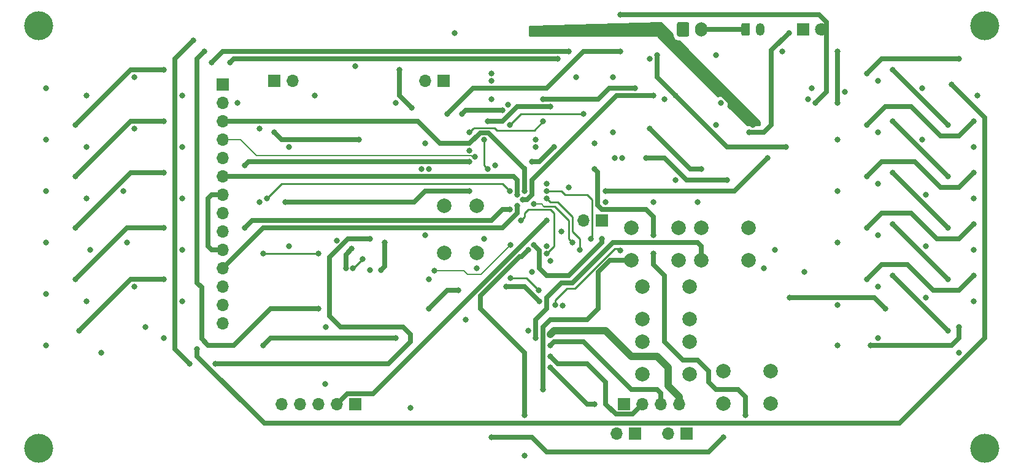
<source format=gbr>
%TF.GenerationSoftware,KiCad,Pcbnew,(5.1.8)-1*%
%TF.CreationDate,2021-03-23T10:09:45+01:00*%
%TF.ProjectId,schema_v1,73636865-6d61-45f7-9631-2e6b69636164,rev?*%
%TF.SameCoordinates,Original*%
%TF.FileFunction,Copper,L4,Bot*%
%TF.FilePolarity,Positive*%
%FSLAX46Y46*%
G04 Gerber Fmt 4.6, Leading zero omitted, Abs format (unit mm)*
G04 Created by KiCad (PCBNEW (5.1.8)-1) date 2021-03-23 10:09:45*
%MOMM*%
%LPD*%
G01*
G04 APERTURE LIST*
%TA.AperFunction,ComponentPad*%
%ADD10C,1.800000*%
%TD*%
%TA.AperFunction,ComponentPad*%
%ADD11R,1.800000X1.800000*%
%TD*%
%TA.AperFunction,ComponentPad*%
%ADD12C,4.000000*%
%TD*%
%TA.AperFunction,ComponentPad*%
%ADD13O,1.700000X1.700000*%
%TD*%
%TA.AperFunction,ComponentPad*%
%ADD14R,1.700000X1.700000*%
%TD*%
%TA.AperFunction,ComponentPad*%
%ADD15O,1.700000X2.000000*%
%TD*%
%TA.AperFunction,ComponentPad*%
%ADD16C,2.000000*%
%TD*%
%TA.AperFunction,ComponentPad*%
%ADD17O,1.200000X1.750000*%
%TD*%
%TA.AperFunction,ViaPad*%
%ADD18C,0.800000*%
%TD*%
%TA.AperFunction,Conductor*%
%ADD19C,0.700000*%
%TD*%
%TA.AperFunction,Conductor*%
%ADD20C,1.000000*%
%TD*%
%TA.AperFunction,Conductor*%
%ADD21C,0.250000*%
%TD*%
%TA.AperFunction,Conductor*%
%ADD22C,0.200000*%
%TD*%
%TA.AperFunction,Conductor*%
%ADD23C,0.254000*%
%TD*%
%TA.AperFunction,Conductor*%
%ADD24C,0.100000*%
%TD*%
G04 APERTURE END LIST*
D10*
%TO.P,D1,2*%
%TO.N,Net-(D1-Pad2)*%
X190768000Y-56896000D03*
D11*
%TO.P,D1,1*%
%TO.N,Net-(D1-Pad1)*%
X188228000Y-56896000D03*
%TD*%
D12*
%TO.P,.,1*%
%TO.N,N/C*%
X213360000Y-114808000D03*
%TD*%
%TO.P,.,1*%
%TO.N,N/C*%
X213360000Y-56388000D03*
%TD*%
%TO.P,.,1*%
%TO.N,N/C*%
X82804000Y-56388000D03*
%TD*%
%TO.P,.,1*%
%TO.N,N/C*%
X82804000Y-114808000D03*
%TD*%
D13*
%TO.P,U9,14*%
%TO.N,LCD_T_Irq*%
X108204000Y-97536000D03*
%TO.P,U9,13*%
%TO.N,LCD_SDO*%
X108204000Y-94996000D03*
%TO.P,U9,12*%
%TO.N,LCD_SDI*%
X108204000Y-92456000D03*
%TO.P,U9,11*%
%TO.N,LCD_T_CS*%
X108204000Y-89916000D03*
%TO.P,U9,10*%
%TO.N,LCD_SCK*%
X108204000Y-87376000D03*
%TO.P,U9,9*%
%TO.N,LCD_SDO*%
X108204000Y-84836000D03*
%TO.P,U9,8*%
%TO.N,LCD_LED*%
X108204000Y-82296000D03*
%TO.P,U9,7*%
%TO.N,LCD_SCK*%
X108204000Y-79756000D03*
%TO.P,U9,6*%
%TO.N,LCD_SDI*%
X108204000Y-77216000D03*
%TO.P,U9,5*%
%TO.N,LCD_DC*%
X108204000Y-74676000D03*
%TO.P,U9,4*%
%TO.N,LCD_rst*%
X108204000Y-72136000D03*
%TO.P,U9,3*%
%TO.N,LCD_CS*%
X108204000Y-69596000D03*
%TO.P,U9,2*%
%TO.N,GND*%
X108204000Y-67056000D03*
D14*
%TO.P,U9,1*%
%TO.N,+3V3*%
X108204000Y-64516000D03*
%TD*%
D15*
%TO.P,SW9,2*%
%TO.N,Net-(BT3-Pad1)*%
X174204000Y-56896000D03*
%TO.P,SW9,1*%
%TO.N,Vbat*%
%TA.AperFunction,ComponentPad*%
G36*
G01*
X170854000Y-57646000D02*
X170854000Y-56146000D01*
G75*
G02*
X171104000Y-55896000I250000J0D01*
G01*
X172304000Y-55896000D01*
G75*
G02*
X172554000Y-56146000I0J-250000D01*
G01*
X172554000Y-57646000D01*
G75*
G02*
X172304000Y-57896000I-250000J0D01*
G01*
X171104000Y-57896000D01*
G75*
G02*
X170854000Y-57646000I0J250000D01*
G01*
G37*
%TD.AperFunction*%
%TD*%
D16*
%TO.P,SW6,1*%
%TO.N,GND*%
X180744000Y-84328000D03*
%TO.P,SW6,2*%
%TO.N,pp*%
X180744000Y-88828000D03*
%TO.P,SW6,1*%
%TO.N,GND*%
X174244000Y-84328000D03*
%TO.P,SW6,2*%
%TO.N,pp*%
X174244000Y-88828000D03*
%TD*%
%TO.P,SW5,1*%
%TO.N,GND*%
X172616000Y-92456000D03*
%TO.P,SW5,2*%
%TO.N,prev*%
X172616000Y-96956000D03*
%TO.P,SW5,1*%
%TO.N,GND*%
X166116000Y-92456000D03*
%TO.P,SW5,2*%
%TO.N,prev*%
X166116000Y-96956000D03*
%TD*%
%TO.P,SW4,1*%
%TO.N,GND*%
X172616000Y-100076000D03*
%TO.P,SW4,2*%
%TO.N,next*%
X172616000Y-104576000D03*
%TO.P,SW4,1*%
%TO.N,GND*%
X166116000Y-100076000D03*
%TO.P,SW4,2*%
%TO.N,next*%
X166116000Y-104576000D03*
%TD*%
%TO.P,SW3,1*%
%TO.N,GND*%
X171092000Y-84328000D03*
%TO.P,SW3,2*%
%TO.N,vol-*%
X171092000Y-88828000D03*
%TO.P,SW3,1*%
%TO.N,GND*%
X164592000Y-84328000D03*
%TO.P,SW3,2*%
%TO.N,vol-*%
X164592000Y-88828000D03*
%TD*%
%TO.P,SW2,1*%
%TO.N,GND*%
X183792000Y-104140000D03*
%TO.P,SW2,2*%
%TO.N,vol+*%
X183792000Y-108640000D03*
%TO.P,SW2,1*%
%TO.N,GND*%
X177292000Y-104140000D03*
%TO.P,SW2,2*%
%TO.N,vol+*%
X177292000Y-108640000D03*
%TD*%
%TO.P,SW1,1*%
%TO.N,GND*%
X143256000Y-87780000D03*
%TO.P,SW1,2*%
%TO.N,Reset*%
X138756000Y-87780000D03*
%TO.P,SW1,1*%
%TO.N,GND*%
X143256000Y-81280000D03*
%TO.P,SW1,2*%
%TO.N,Reset*%
X138756000Y-81280000D03*
%TD*%
D13*
%TO.P,LS2,2*%
%TO.N,Net-(C47-Pad1)*%
X136144000Y-64008000D03*
D14*
%TO.P,LS2,1*%
%TO.N,Net-(C46-Pad2)*%
X138684000Y-64008000D03*
%TD*%
D13*
%TO.P,LS1,2*%
%TO.N,Net-(C45-Pad1)*%
X117856000Y-64008000D03*
D14*
%TO.P,LS1,1*%
%TO.N,Net-(C44-Pad2)*%
X115316000Y-64008000D03*
%TD*%
D13*
%TO.P,JP8,2*%
%TO.N,Net-(JP8-Pad2)*%
X157988000Y-83312000D03*
D14*
%TO.P,JP8,1*%
%TO.N,+3V3*%
X160528000Y-83312000D03*
%TD*%
D13*
%TO.P,JP6,2*%
%TO.N,/BT_Audio/FACT_RESET*%
X162560000Y-112776000D03*
D14*
%TO.P,JP6,1*%
%TO.N,+3V3*%
X165100000Y-112776000D03*
%TD*%
D13*
%TO.P,JP5,2*%
%TO.N,EVENT*%
X169672000Y-112776000D03*
D14*
%TO.P,JP5,1*%
%TO.N,+3V3*%
X172212000Y-112776000D03*
%TD*%
D13*
%TO.P,J3,5*%
%TO.N,Reset*%
X116332000Y-108712000D03*
%TO.P,J3,4*%
%TO.N,/STM32G0/SWDIO*%
X118872000Y-108712000D03*
%TO.P,J3,3*%
%TO.N,GND*%
X121412000Y-108712000D03*
%TO.P,J3,2*%
%TO.N,/STM32G0/SWDCLK*%
X123952000Y-108712000D03*
D14*
%TO.P,J3,1*%
%TO.N,+3V3*%
X126492000Y-108712000D03*
%TD*%
D13*
%TO.P,J1,4*%
%TO.N,Net-(J1-Pad4)*%
X171196000Y-108712000D03*
%TO.P,J1,3*%
%TO.N,Net-(J1-Pad3)*%
X168656000Y-108712000D03*
%TO.P,J1,2*%
%TO.N,Net-(J1-Pad2)*%
X166116000Y-108712000D03*
D14*
%TO.P,J1,1*%
%TO.N,Net-(J1-Pad1)*%
X163576000Y-108712000D03*
%TD*%
D17*
%TO.P,BT3,2*%
%TO.N,GND*%
X182340000Y-56896000D03*
%TO.P,BT3,1*%
%TO.N,Net-(BT3-Pad1)*%
%TA.AperFunction,ComponentPad*%
G36*
G01*
X179740000Y-57521001D02*
X179740000Y-56270999D01*
G75*
G02*
X179989999Y-56021000I249999J0D01*
G01*
X180690001Y-56021000D01*
G75*
G02*
X180940000Y-56270999I0J-249999D01*
G01*
X180940000Y-57521001D01*
G75*
G02*
X180690001Y-57771000I-249999J0D01*
G01*
X179989999Y-57771000D01*
G75*
G02*
X179740000Y-57521001I0J249999D01*
G01*
G37*
%TD.AperFunction*%
%TD*%
D18*
%TO.N,GND*%
X194056000Y-65532000D03*
X193040000Y-72136000D03*
X193040000Y-79248000D03*
X193040000Y-86360000D03*
X193040000Y-94996000D03*
X193040000Y-100584000D03*
X198628000Y-99568000D03*
X198628000Y-92456000D03*
X198628000Y-85344000D03*
X198628000Y-78232000D03*
X198628000Y-71120000D03*
X198628000Y-64008000D03*
X204724000Y-65024000D03*
X204724000Y-72136000D03*
X205232000Y-79756000D03*
X205232000Y-86868000D03*
X205232000Y-93980000D03*
X209804000Y-101600000D03*
X211836000Y-94488000D03*
X211836000Y-87376000D03*
X211836000Y-80264000D03*
X211836000Y-73152000D03*
X212344000Y-66040000D03*
X151384000Y-72136000D03*
X145796000Y-75692000D03*
X140208000Y-57404000D03*
X122428000Y-98044000D03*
X102616000Y-73152000D03*
X102616000Y-80264000D03*
X102616000Y-87376000D03*
X102616000Y-94488000D03*
X100076000Y-99568000D03*
X91440000Y-101600000D03*
X89408000Y-94488000D03*
X89916000Y-87376000D03*
X89408000Y-80264000D03*
X89408000Y-73152000D03*
X89408000Y-66040000D03*
X83820000Y-65024000D03*
X83820000Y-72136000D03*
X83820000Y-79248000D03*
X83820000Y-86360000D03*
X83820000Y-93472000D03*
X83820000Y-100584000D03*
X97536000Y-98044000D03*
X96012000Y-92456000D03*
X94996000Y-86360000D03*
X94488000Y-79248000D03*
X96012000Y-70612000D03*
X96012000Y-63500000D03*
X102616000Y-66040000D03*
X110236000Y-67056000D03*
X120904000Y-66040000D03*
X117348000Y-73152000D03*
X136652000Y-91440000D03*
X136144000Y-85344000D03*
X143256000Y-89916000D03*
X149860000Y-115824000D03*
X141732000Y-97028000D03*
X155067000Y-95123000D03*
X150876000Y-90424000D03*
X153416000Y-88900000D03*
X152903347Y-86863347D03*
X128528653Y-90133000D03*
X123896748Y-86087748D03*
X117348000Y-86868000D03*
X132080000Y-67056000D03*
X126492000Y-61976000D03*
X136144000Y-72644000D03*
X145288000Y-66548000D03*
X145288000Y-62992000D03*
X161036000Y-80772000D03*
X170688000Y-77724000D03*
X173736000Y-80772000D03*
X159512000Y-72644000D03*
X182880000Y-89916000D03*
X185420000Y-59944000D03*
X188976000Y-66548000D03*
X176276000Y-60452000D03*
X167132000Y-60960000D03*
X162052000Y-63500000D03*
X156972000Y-63500000D03*
X176276000Y-70104000D03*
X169164000Y-66548000D03*
X152908000Y-78232000D03*
X176911000Y-67056000D03*
X122301000Y-105918000D03*
%TO.N,Vbat*%
X168148000Y-60452000D03*
X170688000Y-66040000D03*
X185928000Y-73152000D03*
%TO.N,Reset*%
X139192000Y-68580000D03*
X161036000Y-79248000D03*
X183388000Y-74676000D03*
X189992000Y-67056000D03*
X163068000Y-54864000D03*
X163068000Y-59944000D03*
X150876000Y-75184000D03*
X153924000Y-73152000D03*
%TO.N,+5V*%
X193040000Y-59944000D03*
X193040000Y-67056000D03*
X132588000Y-62484000D03*
X134275752Y-67727752D03*
X177800000Y-77724000D03*
X166624000Y-74676000D03*
X135636000Y-76244000D03*
X136652000Y-76244000D03*
X162284500Y-74697500D03*
X163300500Y-74697500D03*
%TO.N,Vusb*%
X153416000Y-56896000D03*
X181356000Y-70104000D03*
X152166000Y-57130000D03*
X151150000Y-57130000D03*
%TO.N,/L-*%
X121412000Y-95504000D03*
X105664000Y-59944000D03*
X109220000Y-61468000D03*
X154432000Y-60960000D03*
%TO.N,/R-*%
X159512000Y-76200000D03*
X167640000Y-85344000D03*
X167640000Y-87878000D03*
X180340000Y-110236000D03*
X177292000Y-113284000D03*
X145288000Y-113284000D03*
%TO.N,/L+*%
X106680000Y-61468000D03*
X155956000Y-59944000D03*
%TO.N,/R+*%
X113792000Y-100584000D03*
X132080000Y-99568000D03*
X146812000Y-68072000D03*
X141224000Y-68580000D03*
X140716000Y-92964000D03*
X136652000Y-95504000D03*
%TO.N,Net-(C33-Pad1)*%
X130048000Y-90133000D03*
X130556000Y-86360000D03*
%TO.N,Net-(C37-Pad2)*%
X128524000Y-85852000D03*
X107188000Y-103124000D03*
X103632000Y-103124000D03*
X104140000Y-58420000D03*
X115316000Y-71120000D03*
X127000000Y-72136000D03*
%TO.N,+3V3*%
X167640000Y-80772000D03*
X113284000Y-80772000D03*
X113284000Y-70612000D03*
X144272000Y-85852000D03*
X154940000Y-84836000D03*
X150368000Y-98552000D03*
X134112000Y-109220000D03*
X145288000Y-64008000D03*
X151384000Y-73152000D03*
X155956000Y-78740000D03*
X162052000Y-71120000D03*
X188468000Y-90424000D03*
X184404000Y-87376000D03*
X189484000Y-65024000D03*
X147519108Y-67347000D03*
%TO.N,BAT_ADC*%
X149551108Y-80463108D03*
X167640000Y-66040000D03*
%TO.N,Net-(D1-Pad1)*%
X180848000Y-71120000D03*
X186309000Y-57404000D03*
%TO.N,Net-(D2-Pad2)*%
X209804000Y-98044000D03*
X197612000Y-100584000D03*
%TO.N,/LEDS/FirstLED*%
X199644000Y-95504000D03*
X186436000Y-93980000D03*
%TO.N,Net-(D3-Pad2)*%
X197104000Y-77216000D03*
X211836000Y-76708000D03*
%TO.N,Net-(D22-Pad2)*%
X208280000Y-84328000D03*
X200660000Y-76708000D03*
%TO.N,Net-(D23-Pad2)*%
X208788000Y-64516000D03*
X104648000Y-101092000D03*
%TO.N,Net-(D24-Pad2)*%
X87884000Y-84328000D03*
X100076000Y-76708000D03*
%TO.N,Net-(D10-Pad4)*%
X208280000Y-98552000D03*
X200660000Y-90932000D03*
%TO.N,Net-(D11-Pad4)*%
X208280000Y-77216000D03*
X200660000Y-69596000D03*
%TO.N,Net-(D12-Pad4)*%
X88392000Y-98552000D03*
X100076000Y-91440000D03*
%TO.N,Net-(D13-Pad4)*%
X87884000Y-77216000D03*
X100076000Y-69596000D03*
%TO.N,Net-(D10-Pad2)*%
X197104000Y-91440000D03*
X211836000Y-90932000D03*
%TO.N,Net-(D11-Pad2)*%
X197104000Y-70104000D03*
X211836000Y-69596000D03*
%TO.N,Net-(D14-Pad2)*%
X208280000Y-91440000D03*
X200660000Y-83820000D03*
%TO.N,Net-(D15-Pad2)*%
X208280000Y-70104000D03*
X200660000Y-62484000D03*
%TO.N,Net-(D16-Pad2)*%
X87884000Y-91440000D03*
X100076000Y-84328000D03*
%TO.N,Net-(D17-Pad2)*%
X87884000Y-70104000D03*
X100076000Y-62484000D03*
%TO.N,Net-(D18-Pad2)*%
X197104000Y-84328000D03*
X211836000Y-83820000D03*
%TO.N,Net-(D19-Pad2)*%
X197104000Y-62992000D03*
X209804000Y-60960000D03*
%TO.N,Net-(D28-Pad2)*%
X174244000Y-76200000D03*
X167132000Y-70612000D03*
%TO.N,Net-(J1-Pad4)*%
X153416000Y-99060000D03*
%TO.N,Net-(J1-Pad3)*%
X153416000Y-100584000D03*
%TO.N,Net-(J1-Pad2)*%
X153416000Y-102108000D03*
%TO.N,Net-(J1-Pad1)*%
X159512000Y-108712000D03*
X153416000Y-103632000D03*
%TO.N,/STM32G0/SWDCLK*%
X152908000Y-83312000D03*
%TO.N,RTS_BT*%
X159004000Y-85852000D03*
X152908000Y-79248000D03*
%TO.N,CTS_BT*%
X152908000Y-80264000D03*
X157480000Y-87376000D03*
%TO.N,TX_BT*%
X156464000Y-86360000D03*
X151086756Y-81059939D03*
%TO.N,RX_BT*%
X152908000Y-87884000D03*
X149352000Y-83312000D03*
%TO.N,EVENT*%
X150368000Y-87376000D03*
X149860000Y-110236000D03*
%TO.N,/L_SE*%
X153416000Y-67564000D03*
X144780000Y-69596000D03*
%TO.N,LCD_rst*%
X142947108Y-74476892D03*
%TO.N,LCD_LED*%
X147828000Y-81788000D03*
X111252000Y-84328000D03*
%TO.N,Net-(R11-Pad2)*%
X152400000Y-66548000D03*
X165100000Y-65024000D03*
%TO.N,/R_SE*%
X157988000Y-68580000D03*
X147828000Y-70104000D03*
%TO.N,Net-(R24-Pad1)*%
X125165000Y-89916000D03*
X125984000Y-87249000D03*
%TO.N,Net-(R25-Pad1)*%
X126165003Y-89916000D03*
X127508000Y-88646000D03*
%TO.N,vol-*%
X152400000Y-106680000D03*
%TO.N,pp*%
X151384000Y-99568000D03*
%TO.N,MODE*%
X151075108Y-86668892D03*
X160528000Y-85852000D03*
%TO.N,WAKE*%
X147320000Y-92456000D03*
X151892000Y-94488000D03*
%TO.N,LCD_DC*%
X113792000Y-87884000D03*
X121412000Y-87884000D03*
X137414000Y-90297000D03*
X147867990Y-86741000D03*
%TO.N,LCD_CS*%
X149860000Y-79248000D03*
%TO.N,LCD_T_Irq*%
X142240000Y-79248000D03*
X116840000Y-80772000D03*
%TO.N,LCD_T_CS*%
X148844000Y-81280000D03*
%TO.N,LCD_SDI*%
X148844000Y-79756000D03*
%TO.N,LCD_SDO*%
X147828000Y-79248000D03*
X114300000Y-80264000D03*
%TO.N,LCD_SCK*%
X111252000Y-75692000D03*
X142240000Y-75184000D03*
%TO.N,RX*%
X142240000Y-73660000D03*
X142240000Y-71120000D03*
X152400000Y-69596000D03*
%TO.N,TX*%
X144784653Y-76195347D03*
X144272000Y-72136000D03*
%TO.N,/WS2812*%
X147867990Y-91315779D03*
X151765000Y-92964000D03*
X154051000Y-94996000D03*
X163068000Y-87503000D03*
%TD*%
D19*
%TO.N,Net-(BT3-Pad1)*%
X174204000Y-56896000D02*
X180340000Y-56896000D01*
%TO.N,Vbat*%
X168148000Y-63500000D02*
X170688000Y-66040000D01*
X168148000Y-60452000D02*
X168148000Y-63500000D01*
X177800000Y-73152000D02*
X170688000Y-66040000D01*
X185928000Y-73152000D02*
X177800000Y-73152000D01*
%TO.N,Reset*%
X178816000Y-79248000D02*
X183388000Y-74676000D01*
X161036000Y-79248000D02*
X178816000Y-79248000D01*
X189992000Y-67056000D02*
X191516000Y-65532000D01*
X191516000Y-65532000D02*
X191516000Y-55880000D01*
X190500000Y-54864000D02*
X163068000Y-54864000D01*
X191516000Y-55880000D02*
X190500000Y-54864000D01*
X142748000Y-65024000D02*
X139192000Y-68580000D01*
X152850998Y-65024000D02*
X142748000Y-65024000D01*
X157930998Y-59944000D02*
X152850998Y-65024000D01*
X163068000Y-59944000D02*
X157930998Y-59944000D01*
X151892000Y-75184000D02*
X153924000Y-73152000D01*
X150876000Y-75184000D02*
X151892000Y-75184000D01*
%TO.N,+5V*%
X193040000Y-59944000D02*
X193040000Y-67056000D01*
X132588000Y-66040000D02*
X134275752Y-67727752D01*
X132588000Y-62484000D02*
X132588000Y-66040000D01*
X177800000Y-77724000D02*
X172212000Y-77724000D01*
X172212000Y-77724000D02*
X170180000Y-75692000D01*
X169164000Y-74676000D02*
X166624000Y-74676000D01*
X170180000Y-75692000D02*
X169164000Y-74676000D01*
%TO.N,Vusb*%
X168148000Y-56896000D02*
X181356000Y-70104000D01*
X153416000Y-56896000D02*
X168148000Y-56896000D01*
D20*
X152400000Y-56896000D02*
X152166000Y-57130000D01*
X153416000Y-56896000D02*
X152400000Y-56896000D01*
X152166000Y-57130000D02*
X151150000Y-57130000D01*
D19*
%TO.N,/L-*%
X121412000Y-95504000D02*
X114808000Y-95504000D01*
X114808000Y-95504000D02*
X109728000Y-100584000D01*
X109728000Y-100584000D02*
X106172000Y-100584000D01*
X105271990Y-99683990D02*
X105271990Y-92571990D01*
X106172000Y-100584000D02*
X105271990Y-99683990D01*
X105271990Y-92571990D02*
X104648000Y-91948000D01*
X104648000Y-91948000D02*
X104648000Y-63500000D01*
X104648000Y-63500000D02*
X104648000Y-60960000D01*
X104648000Y-60960000D02*
X105664000Y-59944000D01*
X109728000Y-60960000D02*
X154432000Y-60960000D01*
X109220000Y-61468000D02*
X109728000Y-60960000D01*
%TO.N,/R-*%
X159911999Y-76599999D02*
X159911999Y-81171999D01*
X159512000Y-76200000D02*
X159911999Y-76599999D01*
X159911999Y-81171999D02*
X160020000Y-81280000D01*
X160020000Y-81280000D02*
X160528000Y-81788000D01*
X160528000Y-81788000D02*
X162052000Y-81788000D01*
X162052000Y-81788000D02*
X166624000Y-81788000D01*
X167640000Y-82804000D02*
X167640000Y-85344000D01*
X166624000Y-81788000D02*
X167640000Y-82804000D01*
X167640000Y-87878000D02*
X167640000Y-89408000D01*
X167640000Y-89408000D02*
X169164000Y-90932000D01*
X169164000Y-90932000D02*
X169164000Y-100076000D01*
X169164000Y-100076000D02*
X171704000Y-102616000D01*
X171704000Y-102616000D02*
X173736000Y-102616000D01*
X173736000Y-102616000D02*
X175260000Y-104140000D01*
X175260000Y-104140000D02*
X175260000Y-105156000D01*
X175260000Y-105156000D02*
X175260000Y-105664000D01*
X175260000Y-105664000D02*
X176276000Y-106680000D01*
X176276000Y-106680000D02*
X179324000Y-106680000D01*
X180340000Y-107696000D02*
X180340000Y-110236000D01*
X179324000Y-106680000D02*
X180340000Y-107696000D01*
X177292000Y-113284000D02*
X175260000Y-115316000D01*
X175260000Y-115316000D02*
X152908000Y-115316000D01*
X150876000Y-113284000D02*
X145288000Y-113284000D01*
X152908000Y-115316000D02*
X150876000Y-113284000D01*
%TO.N,/L+*%
X108204000Y-59944000D02*
X155956000Y-59944000D01*
X106680000Y-61468000D02*
X108204000Y-59944000D01*
%TO.N,/R+*%
X114808000Y-99568000D02*
X132080000Y-99568000D01*
X113792000Y-100584000D02*
X114808000Y-99568000D01*
X139192000Y-92964000D02*
X136652000Y-95504000D01*
X140716000Y-92964000D02*
X139192000Y-92964000D01*
X141732000Y-68072000D02*
X141224000Y-68580000D01*
X146812000Y-68072000D02*
X141732000Y-68072000D01*
%TO.N,Net-(C33-Pad1)*%
X130556000Y-89112347D02*
X130556000Y-86360000D01*
X130556000Y-89625000D02*
X130556000Y-89112347D01*
X130048000Y-90133000D02*
X130556000Y-89625000D01*
%TO.N,Net-(C37-Pad2)*%
X128524000Y-85852000D02*
X125476000Y-85852000D01*
X125476000Y-85852000D02*
X122936000Y-88392000D01*
X122936000Y-88392000D02*
X122936000Y-96520000D01*
X122936000Y-96520000D02*
X124460000Y-98044000D01*
X124460000Y-98044000D02*
X133096000Y-98044000D01*
X133096000Y-98044000D02*
X134112000Y-99060000D01*
X134112000Y-99060000D02*
X134112000Y-100076000D01*
X131064000Y-103124000D02*
X107188000Y-103124000D01*
X134112000Y-100076000D02*
X131064000Y-103124000D01*
X103632000Y-103124000D02*
X101600000Y-101092000D01*
X101600000Y-60960000D02*
X104140000Y-58420000D01*
X101600000Y-101092000D02*
X101600000Y-60960000D01*
X116332000Y-72136000D02*
X127000000Y-72136000D01*
X115316000Y-71120000D02*
X116332000Y-72136000D01*
%TO.N,BAT_ADC*%
X162560000Y-66040000D02*
X167640000Y-66040000D01*
X150876000Y-77724000D02*
X162560000Y-66040000D01*
X150876000Y-79756000D02*
X150876000Y-77724000D01*
X150168892Y-80463108D02*
X150876000Y-79756000D01*
X149551108Y-80463108D02*
X150168892Y-80463108D01*
%TO.N,Net-(D1-Pad1)*%
X182880000Y-71120000D02*
X183896000Y-70104000D01*
X183896000Y-70104000D02*
X183896000Y-59944000D01*
X180848000Y-71120000D02*
X182880000Y-71120000D01*
X183896000Y-59817000D02*
X186309000Y-57404000D01*
X183896000Y-59944000D02*
X183896000Y-59817000D01*
%TO.N,Net-(D2-Pad2)*%
X209804000Y-98044000D02*
X209804000Y-99568000D01*
X209804000Y-99568000D02*
X209296000Y-100076000D01*
X208788000Y-100584000D02*
X197612000Y-100584000D01*
X209296000Y-100076000D02*
X208788000Y-100584000D01*
%TO.N,/LEDS/FirstLED*%
X198120000Y-93980000D02*
X186436000Y-93980000D01*
X199644000Y-95504000D02*
X198120000Y-93980000D01*
%TO.N,Net-(D3-Pad2)*%
X197104000Y-77216000D02*
X199136000Y-75184000D01*
X199136000Y-75184000D02*
X203200000Y-75184000D01*
X203200000Y-75184000D02*
X203708000Y-75184000D01*
X203708000Y-75184000D02*
X207264000Y-78740000D01*
X209804000Y-78740000D02*
X211836000Y-76708000D01*
X207264000Y-78740000D02*
X209804000Y-78740000D01*
%TO.N,Net-(D22-Pad2)*%
X208280000Y-84328000D02*
X200660000Y-76708000D01*
%TO.N,Net-(D23-Pad2)*%
X208788000Y-64516000D02*
X213360000Y-69088000D01*
X213360000Y-69088000D02*
X213360000Y-99568000D01*
X201552001Y-111375999D02*
X113915999Y-111375999D01*
X213360000Y-99568000D02*
X201552001Y-111375999D01*
X104648000Y-102108000D02*
X104648000Y-101092000D01*
X113915999Y-111375999D02*
X104648000Y-102108000D01*
%TO.N,Net-(D24-Pad2)*%
X95504000Y-76708000D02*
X100076000Y-76708000D01*
X87884000Y-84328000D02*
X95504000Y-76708000D01*
%TO.N,Net-(D10-Pad4)*%
X208280000Y-98552000D02*
X200660000Y-90932000D01*
%TO.N,Net-(D11-Pad4)*%
X208280000Y-77216000D02*
X200660000Y-69596000D01*
%TO.N,Net-(D12-Pad4)*%
X95504000Y-91440000D02*
X100076000Y-91440000D01*
X88392000Y-98552000D02*
X95504000Y-91440000D01*
%TO.N,Net-(D13-Pad4)*%
X95504000Y-69596000D02*
X100076000Y-69596000D01*
X87884000Y-77216000D02*
X95504000Y-69596000D01*
%TO.N,Net-(D10-Pad2)*%
X197104000Y-91440000D02*
X199136000Y-89408000D01*
X199136000Y-89408000D02*
X202692000Y-89408000D01*
X202692000Y-89408000D02*
X206248000Y-92964000D01*
X206248000Y-92964000D02*
X209296000Y-92964000D01*
X209804000Y-92964000D02*
X211836000Y-90932000D01*
X209296000Y-92964000D02*
X209804000Y-92964000D01*
%TO.N,Net-(D11-Pad2)*%
X197104000Y-70104000D02*
X199644000Y-67564000D01*
X199644000Y-67564000D02*
X203200000Y-67564000D01*
X203200000Y-67564000D02*
X207264000Y-71628000D01*
X207264000Y-71628000D02*
X209296000Y-71628000D01*
X209804000Y-71628000D02*
X211836000Y-69596000D01*
X209296000Y-71628000D02*
X209804000Y-71628000D01*
%TO.N,Net-(D14-Pad2)*%
X208280000Y-91440000D02*
X200660000Y-83820000D01*
%TO.N,Net-(D15-Pad2)*%
X208280000Y-70104000D02*
X200660000Y-62484000D01*
%TO.N,Net-(D16-Pad2)*%
X94996000Y-84328000D02*
X100076000Y-84328000D01*
X87884000Y-91440000D02*
X94996000Y-84328000D01*
%TO.N,Net-(D17-Pad2)*%
X87884000Y-70104000D02*
X95504000Y-62484000D01*
X95504000Y-62484000D02*
X100076000Y-62484000D01*
%TO.N,Net-(D18-Pad2)*%
X197104000Y-84328000D02*
X199136000Y-82296000D01*
X199136000Y-82296000D02*
X203200000Y-82296000D01*
X203200000Y-82296000D02*
X206248000Y-85344000D01*
X206248000Y-85344000D02*
X206756000Y-85852000D01*
X209804000Y-85852000D02*
X211836000Y-83820000D01*
X206756000Y-85852000D02*
X209804000Y-85852000D01*
%TO.N,Net-(D19-Pad2)*%
X197104000Y-62992000D02*
X199136000Y-60960000D01*
X199136000Y-60960000D02*
X209804000Y-60960000D01*
%TO.N,Net-(D28-Pad2)*%
X174244000Y-76200000D02*
X173228000Y-76200000D01*
X173228000Y-76200000D02*
X172720000Y-76200000D01*
X172720000Y-76200000D02*
X167132000Y-70612000D01*
D20*
%TO.N,Net-(J1-Pad4)*%
X153416000Y-99060000D02*
X153924000Y-98552000D01*
X153924000Y-98552000D02*
X161036000Y-98552000D01*
X161036000Y-98552000D02*
X164592000Y-102108000D01*
X164592000Y-102108000D02*
X168148000Y-102108000D01*
X168148000Y-102108000D02*
X169672000Y-103632000D01*
X169672000Y-103632000D02*
X169672000Y-106172000D01*
X171196000Y-107696000D02*
X171196000Y-108712000D01*
X169672000Y-106172000D02*
X171196000Y-107696000D01*
D19*
%TO.N,Net-(J1-Pad3)*%
X153416000Y-100584000D02*
X153924000Y-100076000D01*
X153924000Y-100076000D02*
X157988000Y-100076000D01*
X157988000Y-100076000D02*
X164592000Y-106680000D01*
X164592000Y-106680000D02*
X168148000Y-106680000D01*
X168656000Y-107188000D02*
X168656000Y-108712000D01*
X168148000Y-106680000D02*
X168656000Y-107188000D01*
%TO.N,Net-(J1-Pad2)*%
X164715999Y-110112001D02*
X162436001Y-110112001D01*
X166116000Y-108712000D02*
X164715999Y-110112001D01*
X162436001Y-110112001D02*
X161036000Y-108712000D01*
X161036000Y-108712000D02*
X161036000Y-105664000D01*
X161036000Y-105664000D02*
X158496000Y-103124000D01*
X154432000Y-103124000D02*
X153416000Y-102108000D01*
X158496000Y-103124000D02*
X154432000Y-103124000D01*
%TO.N,Net-(J1-Pad1)*%
X158496000Y-108712000D02*
X153416000Y-103632000D01*
X159512000Y-108712000D02*
X158496000Y-108712000D01*
%TO.N,/STM32G0/SWDCLK*%
X128908001Y-107311999D02*
X152908000Y-83312000D01*
X125352001Y-107311999D02*
X128908001Y-107311999D01*
X123952000Y-108712000D02*
X125352001Y-107311999D01*
D21*
%TO.N,RTS_BT*%
X159163001Y-85692999D02*
X159004000Y-85852000D01*
X159163001Y-80423001D02*
X159163001Y-85692999D01*
X152908000Y-79248000D02*
X154940000Y-79248000D01*
X155448000Y-79756000D02*
X158496000Y-79756000D01*
X154940000Y-79248000D02*
X155448000Y-79756000D01*
X158496000Y-79756000D02*
X159163001Y-80423001D01*
%TO.N,CTS_BT*%
X156464000Y-84836000D02*
X156464000Y-82804000D01*
X157480000Y-85852000D02*
X156464000Y-84836000D01*
X157480000Y-87376000D02*
X157480000Y-85852000D01*
X156464000Y-82804000D02*
X154432000Y-80772000D01*
X153416000Y-80772000D02*
X152908000Y-80264000D01*
X154432000Y-80772000D02*
X153416000Y-80772000D01*
%TO.N,TX_BT*%
X153981990Y-81337990D02*
X152457990Y-81337990D01*
X155956000Y-83312000D02*
X153981990Y-81337990D01*
X155956000Y-85852000D02*
X155956000Y-83312000D01*
X156464000Y-86360000D02*
X155956000Y-85852000D01*
D22*
X152179939Y-81059939D02*
X152457990Y-81337990D01*
X151086756Y-81059939D02*
X152179939Y-81059939D01*
D21*
%TO.N,RX_BT*%
X153416000Y-81788000D02*
X153924000Y-82296000D01*
X149860000Y-82296000D02*
X150368000Y-81788000D01*
X149860000Y-82804000D02*
X149860000Y-82296000D01*
X153924000Y-86868000D02*
X152908000Y-87884000D01*
X153924000Y-82296000D02*
X153924000Y-86868000D01*
X150368000Y-81788000D02*
X153416000Y-81788000D01*
X149352000Y-83312000D02*
X149860000Y-82804000D01*
%TO.N,EVENT*%
X149642999Y-110018999D02*
X149860000Y-110236000D01*
D19*
X149860000Y-101600000D02*
X149860000Y-110236000D01*
X143764000Y-95504000D02*
X149860000Y-101600000D01*
X149166805Y-88326001D02*
X143764000Y-93728806D01*
X149417999Y-88326001D02*
X149166805Y-88326001D01*
X143764000Y-93728806D02*
X143764000Y-95504000D01*
X150368000Y-87376000D02*
X149417999Y-88326001D01*
%TO.N,/L_SE*%
X144780000Y-69596000D02*
X146812000Y-69596000D01*
X146812000Y-69596000D02*
X148844000Y-67564000D01*
X148844000Y-67564000D02*
X153416000Y-67564000D01*
D22*
%TO.N,LCD_rst*%
X110647252Y-72136000D02*
X108204000Y-72136000D01*
X112871253Y-74360001D02*
X110647252Y-72136000D01*
X142452003Y-74360001D02*
X112871253Y-74360001D01*
X142641002Y-74549000D02*
X142452003Y-74360001D01*
X143002000Y-74549000D02*
X142641002Y-74549000D01*
D19*
%TO.N,LCD_LED*%
X112268000Y-83312000D02*
X111252000Y-84328000D01*
X145288000Y-83312000D02*
X112268000Y-83312000D01*
X146812000Y-81788000D02*
X145288000Y-83312000D01*
X147828000Y-81788000D02*
X146812000Y-81788000D01*
%TO.N,Net-(R11-Pad2)*%
X152400000Y-66548000D02*
X160020000Y-66548000D01*
X161544000Y-65024000D02*
X165100000Y-65024000D01*
X160020000Y-66548000D02*
X161544000Y-65024000D01*
D21*
%TO.N,/R_SE*%
X149352000Y-68580000D02*
X147828000Y-70104000D01*
X157988000Y-68580000D02*
X149352000Y-68580000D01*
D19*
%TO.N,Net-(R24-Pad1)*%
X125165000Y-88068000D02*
X125984000Y-87249000D01*
X125165000Y-89916000D02*
X125165000Y-88068000D01*
D21*
%TO.N,Net-(R25-Pad1)*%
X126238000Y-89916000D02*
X127508000Y-88646000D01*
X126165003Y-89916000D02*
X126238000Y-89916000D01*
D19*
%TO.N,vol-*%
X164592000Y-88828000D02*
X161616000Y-88828000D01*
X152365991Y-106645991D02*
X152400000Y-106680000D01*
X152365991Y-98078009D02*
X152365991Y-106645991D01*
X152365991Y-98078009D02*
X153416000Y-97028000D01*
X153416000Y-97028000D02*
X158496000Y-97028000D01*
X158496000Y-97028000D02*
X160020000Y-95504000D01*
X160020000Y-95504000D02*
X160020000Y-90424000D01*
X160020000Y-90424000D02*
X161616000Y-88828000D01*
%TO.N,pp*%
X173736000Y-86360000D02*
X174244000Y-86868000D01*
X162052000Y-86360000D02*
X173736000Y-86360000D01*
X174244000Y-86868000D02*
X174244000Y-88828000D01*
X156464000Y-91948000D02*
X162052000Y-86360000D01*
X154940000Y-91948000D02*
X156464000Y-91948000D01*
X152908000Y-93980000D02*
X154940000Y-91948000D01*
X152908000Y-95504000D02*
X152908000Y-93980000D01*
X151384000Y-97028000D02*
X152908000Y-95504000D01*
X151384000Y-99568000D02*
X151384000Y-97028000D01*
%TO.N,MODE*%
X151892000Y-87485784D02*
X151075108Y-86668892D01*
X151892000Y-89916000D02*
X151892000Y-87485784D01*
X152908000Y-90932000D02*
X151892000Y-89916000D01*
X155956000Y-90932000D02*
X152908000Y-90932000D01*
X160528000Y-86360000D02*
X155956000Y-90932000D01*
X160528000Y-85852000D02*
X160528000Y-86360000D01*
%TO.N,WAKE*%
X149860000Y-92456000D02*
X151892000Y-94488000D01*
X147320000Y-92456000D02*
X149860000Y-92456000D01*
D21*
%TO.N,LCD_DC*%
X113792000Y-87884000D02*
X121412000Y-87884000D01*
D22*
X137414000Y-90297000D02*
X141478000Y-90297000D01*
X141478000Y-90297000D02*
X141986000Y-90805000D01*
X143803990Y-90805000D02*
X147867990Y-86741000D01*
X141986000Y-90805000D02*
X143803990Y-90805000D01*
D19*
%TO.N,LCD_CS*%
X138176000Y-72644000D02*
X135128000Y-69596000D01*
X135128000Y-69596000D02*
X108204000Y-69596000D01*
X142240000Y-72644000D02*
X138176000Y-72644000D01*
X143698001Y-71185999D02*
X142240000Y-72644000D01*
X144845999Y-71185999D02*
X143698001Y-71185999D01*
X149742002Y-76082002D02*
X144845999Y-71185999D01*
X149860000Y-76082002D02*
X149742002Y-76082002D01*
X149860000Y-79248000D02*
X149860000Y-76082002D01*
%TO.N,LCD_T_Irq*%
X116840000Y-80772000D02*
X134620000Y-80772000D01*
X136144000Y-79248000D02*
X142240000Y-79248000D01*
X134620000Y-80772000D02*
X136144000Y-79248000D01*
%TO.N,LCD_T_CS*%
X108204000Y-89916000D02*
X111890001Y-86229999D01*
X111890001Y-86229999D02*
X113792000Y-84328000D01*
X113792000Y-84328000D02*
X146812000Y-84328000D01*
X146812000Y-84328000D02*
X148844000Y-82296000D01*
X148844000Y-82296000D02*
X148844000Y-81280000D01*
%TO.N,LCD_SDI*%
X148844000Y-77724000D02*
X148844000Y-79756000D01*
X148336000Y-77216000D02*
X148844000Y-77724000D01*
X108204000Y-77216000D02*
X148336000Y-77216000D01*
D21*
%TO.N,LCD_SDO*%
X147828000Y-79248000D02*
X146812000Y-78232000D01*
X146812000Y-78232000D02*
X116332000Y-78232000D01*
X116332000Y-78232000D02*
X115316000Y-79248000D01*
X115316000Y-79248000D02*
X114808000Y-79756000D01*
X114808000Y-79756000D02*
X114300000Y-80264000D01*
D19*
%TO.N,LCD_SCK*%
X108204000Y-87376000D02*
X106680000Y-87376000D01*
X106680000Y-87376000D02*
X106172000Y-86868000D01*
X106172000Y-86868000D02*
X106172000Y-80264000D01*
X106680000Y-79756000D02*
X108204000Y-79756000D01*
X106172000Y-80264000D02*
X106680000Y-79756000D01*
X142240000Y-75184000D02*
X142240000Y-75184000D01*
X111760000Y-75184000D02*
X111252000Y-75692000D01*
X142240000Y-75184000D02*
X111760000Y-75184000D01*
D21*
%TO.N,RX*%
X142240000Y-71120000D02*
X142748000Y-70612000D01*
X151166999Y-70829001D02*
X146013001Y-70829001D01*
X152400000Y-69596000D02*
X151166999Y-70829001D01*
X142849011Y-70510989D02*
X142748000Y-70612000D01*
X145694989Y-70510989D02*
X142849011Y-70510989D01*
X146013001Y-70829001D02*
X145694989Y-70510989D01*
%TO.N,TX*%
X144272000Y-75682694D02*
X144272000Y-72136000D01*
X144784653Y-76195347D02*
X144272000Y-75682694D01*
%TO.N,/WS2812*%
X150116779Y-91315779D02*
X151765000Y-92964000D01*
X147867990Y-91315779D02*
X150116779Y-91315779D01*
X154051000Y-94996000D02*
X154051000Y-94361000D01*
X154051000Y-94361000D02*
X155702000Y-92710000D01*
X156779392Y-92710000D02*
X162240392Y-87249000D01*
X155702000Y-92710000D02*
X156779392Y-92710000D01*
X162814000Y-87249000D02*
X163068000Y-87503000D01*
X162240392Y-87249000D02*
X162814000Y-87249000D01*
%TD*%
D23*
%TO.N,Vusb*%
X170215928Y-57619534D02*
X170215928Y-57646000D01*
X170232992Y-57819254D01*
X170283528Y-57985850D01*
X170365595Y-58139386D01*
X170476038Y-58273962D01*
X170610614Y-58384405D01*
X170764150Y-58466472D01*
X170930746Y-58517008D01*
X171104000Y-58534072D01*
X171130466Y-58534072D01*
X182245000Y-69648606D01*
X182245000Y-70135000D01*
X181174586Y-70135000D01*
X181149898Y-70124774D01*
X180949939Y-70085000D01*
X180746061Y-70085000D01*
X180546102Y-70124774D01*
X180542056Y-70126450D01*
X177867352Y-67451746D01*
X177906226Y-67357898D01*
X177946000Y-67157939D01*
X177946000Y-66954061D01*
X177906226Y-66754102D01*
X177828205Y-66565744D01*
X177714937Y-66396226D01*
X177570774Y-66252063D01*
X177401256Y-66138795D01*
X177212898Y-66060774D01*
X177012939Y-66021000D01*
X176809061Y-66021000D01*
X176609102Y-66060774D01*
X176515254Y-66099648D01*
X168237803Y-57822197D01*
X168218557Y-57806403D01*
X168196601Y-57794667D01*
X168172776Y-57787440D01*
X168148000Y-57785000D01*
X150495000Y-57785000D01*
X150495000Y-56515000D01*
X150876000Y-56515000D01*
X150879627Y-56514948D01*
X168604905Y-56008511D01*
X170215928Y-57619534D01*
%TA.AperFunction,Conductor*%
D24*
G36*
X170215928Y-57619534D02*
G01*
X170215928Y-57646000D01*
X170232992Y-57819254D01*
X170283528Y-57985850D01*
X170365595Y-58139386D01*
X170476038Y-58273962D01*
X170610614Y-58384405D01*
X170764150Y-58466472D01*
X170930746Y-58517008D01*
X171104000Y-58534072D01*
X171130466Y-58534072D01*
X182245000Y-69648606D01*
X182245000Y-70135000D01*
X181174586Y-70135000D01*
X181149898Y-70124774D01*
X180949939Y-70085000D01*
X180746061Y-70085000D01*
X180546102Y-70124774D01*
X180542056Y-70126450D01*
X177867352Y-67451746D01*
X177906226Y-67357898D01*
X177946000Y-67157939D01*
X177946000Y-66954061D01*
X177906226Y-66754102D01*
X177828205Y-66565744D01*
X177714937Y-66396226D01*
X177570774Y-66252063D01*
X177401256Y-66138795D01*
X177212898Y-66060774D01*
X177012939Y-66021000D01*
X176809061Y-66021000D01*
X176609102Y-66060774D01*
X176515254Y-66099648D01*
X168237803Y-57822197D01*
X168218557Y-57806403D01*
X168196601Y-57794667D01*
X168172776Y-57787440D01*
X168148000Y-57785000D01*
X150495000Y-57785000D01*
X150495000Y-56515000D01*
X150876000Y-56515000D01*
X150879627Y-56514948D01*
X168604905Y-56008511D01*
X170215928Y-57619534D01*
G37*
%TD.AperFunction*%
%TD*%
M02*

</source>
